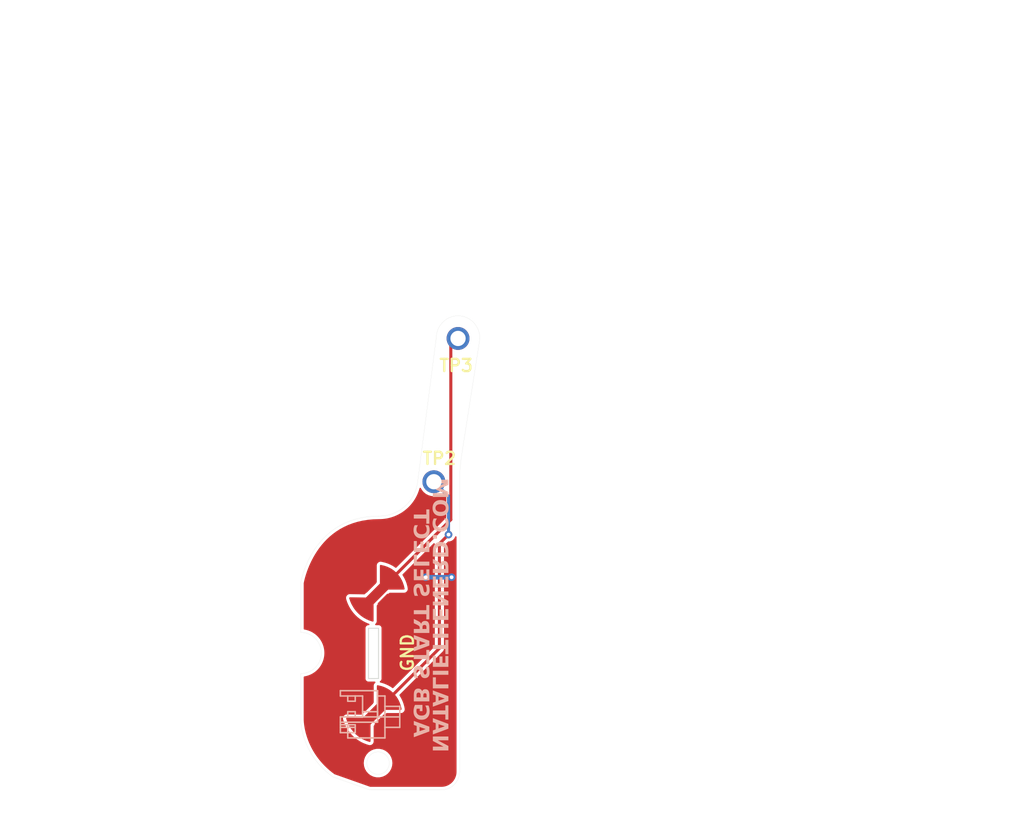
<source format=kicad_pcb>
(kicad_pcb (version 20240108) (generator "pcbnew") (generator_version "8.0")
  (layers (0 "F.Cu" signal) (31 "B.Cu" signal) (34 "B.Paste" user) (35 "F.Paste" user) (36 "B.SilkS" user "B.Silkscreen") (37 "F.SilkS" user "F.Silkscreen") (38 "B.Mask" user) (39 "F.Mask" user) (44 "Edge.Cuts" user))
  (net 0 "")
  (net 1 "GND")
  (net 2 "Net-(SW5-Pad1)")
  (net 3 "Net-(SW6-Pad1)")
  (footprint "AGB:AGB ST SL" (layer "F.Cu") (at 109.7 101.9)
    (property "Reference" "SW5" (hide yes))
    (property "Value" "START" (hide yes))
    (pad "1" smd custom (at 0.837994 3.43007) (size 0.5 0.5) (layers "F.Cu" "F.Paste" "F.Mask") (net 2 "Net-(SW5-Pad1)") (options (clearance outline) (anchor circle)) (primitives (gr_poly (pts (xy -0.25 -0.125) (xy -0.240485 -0.172835) (xy -0.213388 -0.213388) (xy -0.172835 -0.240485) (xy -0.125 -0.25) (xy 0.125 -0.25) (xy 0.172835 -0.240485) (xy 0.213388 -0.213388) (xy 0.240485 -0.172835) (xy 0.25 -0.125) (xy 0.25 0.125) (xy 0.240485 0.172835) (xy 0.213388 0.213388) (xy 0.172835 0.240485) (xy 0.125 0.25) (xy -0.125 0.25) (xy -0.172835 0.240485) (xy -0.213388 0.213388) (xy -0.240485 0.172835) (xy -0.25 0.125)) (width 0) (fill yes)) (gr_poly (pts (xy -0.594748 -0.99159) (xy -0.594748 0.205354) (xy -1.542066 1.152672) (xy -2.610721 1.135609) (xy -2.498311 1.450528) (xy -2.311832 1.771687) (xy -2.021752 2.144646) (xy -1.617713 2.450266) (xy -1.109168 2.637162) (xy -1.109168 1.519845) (xy -0.120773 0.531449) (xy 0.928292 0.531449) (xy 0.894581 0.36273) (xy 0.801341 0.051931) (xy 0.661482 -0.175989) (xy 0.433562 -0.471248) (xy -0.001557 -0.797588) (xy -0.431496 -0.952988)) (width 0.01) (fill yes)) (gr_curve (pts (xy -2.610721 1.135609) (xy -2.610721 1.135609) (xy -2.357934 2.288316) (xy -1.109168 2.637162)) (width 0.1)) (gr_line (start -1.109168 2.637162) (end -1.109168 1.519845) (width 0.1)) (gr_line (start -1.109168 1.519845) (end -0.120773 0.531449) (width 0.1)) (gr_line (start -0.120773 0.531449) (end 0.928292 0.531449) (width 0.1)) (gr_curve (pts (xy 0.928292 0.531449) (xy 0.928292 0.531449) (xy 0.784203 -0.742595) (xy -0.594748 -0.99159)) (width 0.1)) (gr_line (start -0.594748 -0.99159) (end -0.594748 0.205354) (width 0.1)) (gr_line (start -0.594748 0.205354) (end -1.542066 1.152672) (width 0.1)) (gr_line (start -1.542066 1.152672) (end -2.610721 1.135609) (width 0.1))))
    (pad "2" smd custom (at -1 3.5 180) (size 0.5 0.5) (layers "F.Cu" "F.Paste" "F.Mask") (net 1 "GND") (options (clearance outline) (anchor circle)) (primitives (gr_poly (pts (xy -0.25 -0.125) (xy -0.240485 -0.172835) (xy -0.213388 -0.213388) (xy -0.172835 -0.240485) (xy -0.125 -0.25) (xy 0.125 -0.25) (xy 0.172835 -0.240485) (xy 0.213388 -0.213388) (xy 0.240485 -0.172835) (xy 0.25 -0.125) (xy 0.25 0.125) (xy 0.240485 0.172835) (xy 0.213388 0.213388) (xy 0.172835 0.240485) (xy 0.125 0.25) (xy -0.125 0.25) (xy -0.172835 0.240485) (xy -0.213388 0.213388) (xy -0.240485 0.172835) (xy -0.25 0.125)) (width 0) (fill yes)) (gr_poly (pts (xy -0.30553 -0.665621) (xy -0.902106 -0.069044) (xy -0.902106 1.067232) (xy -0.550717 0.981615) (xy -0.205384 0.850389) (xy 0.167575 0.619016) (xy 0.474921 0.277137) (xy 0.623414 0.035404) (xy 0.733921 -0.303022) (xy 0.766286 -0.665621)) (width 0.01) (fill yes)) (gr_line (start 0.766286 -0.665621) (end -0.30553 -0.665621) (width 0.1)) (gr_line (start -0.30553 -0.665621) (end -0.902106 -0.069044) (width 0.1)) (gr_line (start -0.902106 -0.069044) (end -0.902106 1.067232) (width 0.1)) (gr_curve (pts (xy -0.902106 1.067232) (xy -0.902106 1.067232) (xy 0.766286 0.861211) (xy 0.766286 -0.665621)) (width 0.1))))
    (pad "2" smd custom (at 1 5) (size 0.5 0.5) (layers "F.Cu" "F.Paste" "F.Mask") (net 1 "GND") (options (clearance outline) (anchor circle)) (primitives (gr_poly (pts (xy -0.25 -0.125) (xy -0.240485 -0.172835) (xy -0.213388 -0.213388) (xy -0.172835 -0.240485) (xy -0.125 -0.25) (xy 0.125 -0.25) (xy 0.172835 -0.240485) (xy 0.213388 -0.213388) (xy 0.240485 -0.172835) (xy 0.25 -0.125) (xy 0.25 0.125) (xy 0.240485 0.172835) (xy 0.213388 0.213388) (xy 0.172835 0.240485) (xy 0.125 0.25) (xy -0.125 0.25) (xy -0.172835 0.240485) (xy -0.213388 0.213388) (xy -0.240485 0.172835) (xy -0.25 0.125)) (width 0) (fill yes)) (gr_poly (pts (xy -0.30553 -0.665621) (xy -0.902106 -0.069044) (xy -0.902106 1.067232) (xy -0.550717 0.981615) (xy -0.205384 0.850389) (xy 0.167575 0.619016) (xy 0.474921 0.277137) (xy 0.623414 0.035404) (xy 0.733921 -0.303022) (xy 0.766286 -0.665621)) (width 0.01) (fill yes)) (gr_line (start 0.766286 -0.665621) (end -0.30553 -0.665621) (width 0.1)) (gr_line (start -0.30553 -0.665621) (end -0.902106 -0.069044) (width 0.1)) (gr_line (start -0.902106 -0.069044) (end -0.902106 1.067232) (width 0.1)) (gr_curve (pts (xy -0.902106 1.067232) (xy -0.902106 1.067232) (xy 0.766286 0.861211) (xy 0.766286 -0.665621)) (width 0.1))))
  )
  (footprint "customsym:TESTPAD" (layer "F.Cu") (at 113.487022 96.078377)
    (property "Reference" "TP2" (at 0.312978 1.221623 0) (layer "F.SilkS") (effects (font (size 0.8 0.8))))
    (property "Value" "TestPoint" (hide yes))
    (pad "1" thru_hole circle (at -0.05 2.75) (size 1.5 1.5) (drill 1) (layers "*.Cu" "*.Mask") (net 3 "Net-(SW6-Pad1)"))
  )
  (footprint "AGB:AGB ST SL" (layer "F.Cu") (at 109.5 109.8)
    (property "Reference" "SW6" (hide yes))
    (property "Value" "SELECT" (hide yes))
    (pad "1" smd custom (at 0.837994 3.43007) (size 0.5 0.5) (layers "F.Cu" "F.Paste" "F.Mask") (net 3 "Net-(SW6-Pad1)") (options (clearance outline) (anchor circle)) (primitives (gr_poly (pts (xy -0.25 -0.125) (xy -0.240485 -0.172835) (xy -0.213388 -0.213388) (xy -0.172835 -0.240485) (xy -0.125 -0.25) (xy 0.125 -0.25) (xy 0.172835 -0.240485) (xy 0.213388 -0.213388) (xy 0.240485 -0.172835) (xy 0.25 -0.125) (xy 0.25 0.125) (xy 0.240485 0.172835) (xy 0.213388 0.213388) (xy 0.172835 0.240485) (xy 0.125 0.25) (xy -0.125 0.25) (xy -0.172835 0.240485) (xy -0.213388 0.213388) (xy -0.240485 0.172835) (xy -0.25 0.125)) (width 0) (fill yes)) (gr_poly (pts (xy -0.594748 -0.99159) (xy -0.594748 0.205354) (xy -1.542066 1.152672) (xy -2.610721 1.135609) (xy -2.498311 1.450528) (xy -2.311832 1.771687) (xy -2.021752 2.144646) (xy -1.617713 2.450266) (xy -1.109168 2.637162) (xy -1.109168 1.519845) (xy -0.120773 0.531449) (xy 0.928292 0.531449) (xy 0.894581 0.36273) (xy 0.801341 0.051931) (xy 0.661482 -0.175989) (xy 0.433562 -0.471248) (xy -0.001557 -0.797588) (xy -0.431496 -0.952988)) (width 0.01) (fill yes)) (gr_curve (pts (xy -2.610721 1.135609) (xy -2.610721 1.135609) (xy -2.357934 2.288316) (xy -1.109168 2.637162)) (width 0.1)) (gr_line (start -1.109168 2.637162) (end -1.109168 1.519845) (width 0.1)) (gr_line (start -1.109168 1.519845) (end -0.120773 0.531449) (width 0.1)) (gr_line (start -0.120773 0.531449) (end 0.928292 0.531449) (width 0.1)) (gr_curve (pts (xy 0.928292 0.531449) (xy 0.928292 0.531449) (xy 0.784203 -0.742595) (xy -0.594748 -0.99159)) (width 0.1)) (gr_line (start -0.594748 -0.99159) (end -0.594748 0.205354) (width 0.1)) (gr_line (start -0.594748 0.205354) (end -1.542066 1.152672) (width 0.1)) (gr_line (start -1.542066 1.152672) (end -2.610721 1.135609) (width 0.1))))
    (pad "2" smd custom (at -1 3.5 180) (size 0.5 0.5) (layers "F.Cu" "F.Paste" "F.Mask") (net 1 "GND") (options (clearance outline) (anchor circle)) (primitives (gr_poly (pts (xy -0.25 -0.125) (xy -0.240485 -0.172835) (xy -0.213388 -0.213388) (xy -0.172835 -0.240485) (xy -0.125 -0.25) (xy 0.125 -0.25) (xy 0.172835 -0.240485) (xy 0.213388 -0.213388) (xy 0.240485 -0.172835) (xy 0.25 -0.125) (xy 0.25 0.125) (xy 0.240485 0.172835) (xy 0.213388 0.213388) (xy 0.172835 0.240485) (xy 0.125 0.25) (xy -0.125 0.25) (xy -0.172835 0.240485) (xy -0.213388 0.213388) (xy -0.240485 0.172835) (xy -0.25 0.125)) (width 0) (fill yes)) (gr_poly (pts (xy -0.30553 -0.665621) (xy -0.902106 -0.069044) (xy -0.902106 1.067232) (xy -0.550717 0.981615) (xy -0.205384 0.850389) (xy 0.167575 0.619016) (xy 0.474921 0.277137) (xy 0.623414 0.035404) (xy 0.733921 -0.303022) (xy 0.766286 -0.665621)) (width 0.01) (fill yes)) (gr_line (start 0.766286 -0.665621) (end -0.30553 -0.665621) (width 0.1)) (gr_line (start -0.30553 -0.665621) (end -0.902106 -0.069044) (width 0.1)) (gr_line (start -0.902106 -0.069044) (end -0.902106 1.067232) (width 0.1)) (gr_curve (pts (xy -0.902106 1.067232) (xy -0.902106 1.067232) (xy 0.766286 0.861211) (xy 0.766286 -0.665621)) (width 0.1))))
    (pad "2" smd custom (at 1 5) (size 0.5 0.5) (layers "F.Cu" "F.Paste" "F.Mask") (net 1 "GND") (options (clearance outline) (anchor circle)) (primitives (gr_poly (pts (xy -0.25 -0.125) (xy -0.240485 -0.172835) (xy -0.213388 -0.213388) (xy -0.172835 -0.240485) (xy -0.125 -0.25) (xy 0.125 -0.25) (xy 0.172835 -0.240485) (xy 0.213388 -0.213388) (xy 0.240485 -0.172835) (xy 0.25 -0.125) (xy 0.25 0.125) (xy 0.240485 0.172835) (xy 0.213388 0.213388) (xy 0.172835 0.240485) (xy 0.125 0.25) (xy -0.125 0.25) (xy -0.172835 0.240485) (xy -0.213388 0.213388) (xy -0.240485 0.172835) (xy -0.25 0.125)) (width 0) (fill yes)) (gr_poly (pts (xy -0.30553 -0.665621) (xy -0.902106 -0.069044) (xy -0.902106 1.067232) (xy -0.550717 0.981615) (xy -0.205384 0.850389) (xy 0.167575 0.619016) (xy 0.474921 0.277137) (xy 0.623414 0.035404) (xy 0.733921 -0.303022) (xy 0.766286 -0.665621)) (width 0.01) (fill yes)) (gr_line (start 0.766286 -0.665621) (end -0.30553 -0.665621) (width 0.1)) (gr_line (start -0.30553 -0.665621) (end -0.902106 -0.069044) (width 0.1)) (gr_line (start -0.902106 -0.069044) (end -0.902106 1.067232) (width 0.1)) (gr_curve (pts (xy -0.902106 1.067232) (xy -0.902106 1.067232) (xy 0.766286 0.861211) (xy 0.766286 -0.665621)) (width 0.1))))
  )
  (footprint "TestPoint:TestPoint_Pad_2.0x2.0mm" (layer "F.Cu") (at 110.125 110.15 90)
    (property "Reference" "GND" (at 0.1 1.575 -90) (layer "F.SilkS") (effects (font (size 0.8 0.8))))
    (property "Value" "TestPoint" (hide yes))
    (pad "1" smd rect (at 0 0.475 90) (size 2 1.05) (layers "F.Cu" "F.Mask") (net 1 "GND"))
  )
  (footprint "customsym:TESTPAD" (layer "F.Cu") (at 115.074522 86.672187)
    (property "Reference" "TP3" (at -0.174522 4.527813 0) (layer "F.SilkS") (effects (font (size 0.8 0.8))))
    (property "Value" "TestPoint" (hide yes))
    (pad "1" thru_hole circle (at -0.05 2.75) (size 1.5 1.5) (drill 1) (layers "*.Cu" "*.Mask") (net 2 "Net-(SW5-Pad1)"))
  )
  (footprint "customsym:lilhead_silk" (layer "B.Cu") (at 113.503813 114.251252 90)
    (property "Reference" "REF**" (hide yes))
    (property "Value" "lilhead_silk" (hide yes))
    (fp_line (start 1.702504 -6.206033) (end 1.702504 -3.763929) (stroke (width 0.103187)) (layer "B.SilkS"))
    (fp_line (start 1.355106 -6.206033) (end 1.702504 -6.206033) (stroke (width 0.103187)) (layer "B.SilkS"))
    (fp_line (start -0.020728 -6.206033) (end -0.020728 -4.74765) (stroke (width 0.103187)) (layer "B.SilkS"))
    (fp_line (start -0.368125 -6.206033) (end -0.368125 -3.763929) (stroke (width 0.103187)) (layer "B.SilkS"))
    (fp_line (start -0.536665 -6.206033) (end -0.536665 -5.229191) (stroke (width 0.103187)) (layer "B.SilkS"))
    (fp_line (start -1.052602 -6.206033) (end -0.020728 -6.206033) (stroke (width 0.103187)) (layer "B.SilkS"))
    (fp_line (start 1.011148 -5.721052) (end 1.355106 -5.721052) (stroke (width 0.103187)) (layer "B.SilkS"))
    (fp_line (start 0.323231 -5.721052) (end -0.020728 -5.721052) (stroke (width 0.103187)) (layer "B.SilkS"))
    (fp_line (start -0.536665 -5.721052) (end -0.705204 -5.721052) (stroke (width 0.103187)) (layer "B.SilkS"))
    (fp_line (start -0.705204 -5.721052) (end -0.705204 -6.206033) (stroke (width 0.103187)) (layer "B.SilkS"))
    (fp_line (start -0.705204 -5.721052) (end -0.705204 -5.229191) (stroke (width 0.103187)) (layer "B.SilkS"))
    (fp_line (start -1.052602 -5.721052) (end -1.052602 -6.206033) (stroke (width 0.103187)) (layer "B.SilkS"))
    (fp_line (start -1.052602 -5.721052) (end -0.705204 -5.721052) (stroke (width 0.103187)) (layer "B.SilkS"))
    (fp_line (start -1.4 -5.721052) (end -1.052602 -5.721052) (stroke (width 0.103187)) (layer "B.SilkS"))
    (fp_line (start 1.355106 -5.229191) (end 1.011148 -5.229191) (stroke (width 0.103187)) (layer "B.SilkS"))
    (fp_line (start 1.011148 -5.229191) (end 1.011148 -5.721052) (stroke (width 0.103187)) (layer "B.SilkS"))
    (fp_line (start 0.323231 -5.229191) (end 0.323231 -5.721052) (stroke (width 0.103187)) (layer "B.SilkS"))
    (fp_line (start -0.020728 -5.229191) (end 0.323231 -5.229191) (stroke (width 0.103187)) (layer "B.SilkS"))
    (fp_line (start -0.536665 -5.229191) (end -1.052602 -5.229191) (stroke (width 0.103187)) (layer "B.SilkS"))
    (fp_line (start -1.052602 -5.229191) (end -1.052602 -5.721052) (stroke (width 0.103187)) (layer "B.SilkS"))
    (fp_line (start 1.355106 -4.74765) (end 1.355106 -6.206033) (stroke (width 0.103187)) (layer "B.SilkS"))
    (fp_line (start 0.323231 -4.74765) (end 0.323231 -3.763929) (stroke (width 0.103187)) (layer "B.SilkS"))
    (fp_line (start -0.020728 -4.74765) (end 1.355106 -4.74765) (stroke (width 0.103187)) (layer "B.SilkS"))
    (fp_line (start 1.702504 -3.763929) (end 1.355106 -3.763929) (stroke (width 0.103187)) (layer "B.SilkS"))
    (fp_line (start 1.355106 -3.763929) (end 1.355106 -3.278948) (stroke (width 0.103187)) (layer "B.SilkS"))
    (fp_line (start 0.323231 -3.763929) (end -0.020728 -3.763929) (stroke (width 0.103187)) (layer "B.SilkS"))
    (fp_line (start 0.010229 -3.763929) (end 1.355106 -3.763929) (stroke (width 0.103187)) (layer "B.SilkS"))
    (fp_line (start -0.020728 -3.763929) (end -0.020728 -4.74765) (stroke (width 0.103187)) (layer "B.SilkS"))
    (fp_line (start -0.020728 -3.763929) (end -0.020728 -3.75705) (stroke (width 0.103187)) (layer "B.SilkS"))
    (fp_line (start -0.368125 -3.763929) (end -0.020728 -3.763929) (stroke (width 0.103187)) (layer "B.SilkS"))
    (fp_line (start -0.020728 -3.75705) (end -0.020728 -2.305546) (stroke (width 0.103187)) (layer "B.SilkS"))
    (fp_line (start 1.355106 -3.278948) (end 0.670629 -3.278948) (stroke (width 0.103187)) (layer "B.SilkS"))
    (fp_line (start 0.670629 -3.278948) (end 0.670629 -2.305546) (stroke (width 0.103187)) (layer "B.SilkS"))
    (fp_line (start -0.705204 -3.278948) (end -1.4 -3.278948) (stroke (width 0.103187)) (layer "B.SilkS"))
    (fp_line (start -0.708644 -3.278948) (end 0.677508 -3.278948) (stroke (width 0.103187)) (layer "B.SilkS"))
    (fp_line (start -1.4 -3.278948) (end -1.4 -5.721052) (stroke (width 0.103187)) (layer "B.SilkS"))
    (fp_line (start 0.670629 -2.305546) (end -0.705204 -2.305546) (stroke (width 0.103187)) (layer "B.SilkS"))
    (fp_line (start -0.705204 -2.305546) (end -0.705204 -3.278948) (stroke (width 0.103187)) (layer "B.SilkS"))
  )
  (gr_curve (pts (xy 113.932484 119.062261) (xy 114.591444 119.062261) (xy 115.125637 118.528068) (xy 115.125637 117.869108)) (stroke (width 0.01)) (layer "Edge.Cuts"))
  (gr_line (start 104.690553 111.428105) (end 104.690605 114.43121) (stroke (width 0.01)) (layer "Edge.Cuts"))
  (gr_line (start 109.15 111.75) (end 109.8 111.75) (stroke (width 0.05)) (layer "Edge.Cuts"))
  (gr_line (start 109.15 108.45) (end 109.15 111.75) (stroke (width 0.05)) (layer "Edge.Cuts"))
  (gr_curve (pts (xy 115.024522 87.932431) (xy 114.231536 87.932431) (xy 113.588694 88.599417) (xy 113.588694 89.422187)) (stroke (width 0.01)) (layer "Edge.Cuts"))
  (gr_curve (pts (xy 106.045489 110.073169) (xy 106.045489 110.821479) (xy 105.438863 111.428105) (xy 104.690553 111.428105)) (stroke (width 0.01)) (layer "Edge.Cuts"))
  (gr_curve (pts (xy 104.690605 114.43121) (xy 104.690605 114.43121) (xy 104.650159 116.655732) (xy 106.814013 118.212898)) (stroke (width 0.01)) (layer "Edge.Cuts"))
  (gr_line (start 115.125637 117.869108) (end 115.125637 98.804593) (stroke (width 0.01)) (layer "Edge.Cuts"))
  (gr_line (start 115.257864 97.104737) (end 116.46035 89.422187) (stroke (width 0.01)) (layer "Edge.Cuts"))
  (gr_line (start 113.588694 89.422187) (end 112.3684 98.867863) (stroke (width 0.01)) (layer "Edge.Cuts"))
  (gr_line (start 104.690605 105.472452) (end 104.690553 108.718232) (stroke (width 0.01)) (layer "Edge.Cuts"))
  (gr_curve (pts (xy 109.847455 101.084076) (xy 105.398408 101.084076) (xy 104.690605 105.472452) (xy 104.690605 105.472452)) (stroke (width 0.01)) (layer "Edge.Cuts"))
  (gr_circle (center 109.773302 117.302866) (end 110.508068 117.302866) (stroke (width 0.01)) (fill none) (layer "Edge.Cuts"))
  (gr_line (start 109.8 108.45) (end 109.15 108.45) (stroke (width 0.05)) (layer "Edge.Cuts"))
  (gr_curve (pts (xy 112.3684 98.867863) (xy 112.204662 100.135275) (xy 111.125399 101.084076) (xy 109.847455 101.084076)) (stroke (width 0.01)) (layer "Edge.Cuts"))
  (gr_line (start 109.220541 119.062261) (end 113.932484 119.062261) (stroke (width 0.01)) (layer "Edge.Cuts"))
  (gr_line (start 109.8 111.75) (end 109.8 108.45) (stroke (width 0.05)) (layer "Edge.Cuts"))
  (gr_line (start 106.814013 118.212898) (end 109.220541 119.062261) (stroke (width 0.01)) (layer "Edge.Cuts"))
  (gr_curve (pts (xy 104.690553 108.718232) (xy 105.438863 108.718232) (xy 106.045489 109.324858) (xy 106.045489 110.073169)) (stroke (width 0.01)) (layer "Edge.Cuts"))
  (gr_curve (pts (xy 116.46035 89.422187) (xy 116.46035 88.599417) (xy 115.817508 87.932431) (xy 115.024522 87.932431)) (stroke (width 0.01)) (layer "Edge.Cuts"))
  (gr_curve (pts (xy 115.125637 98.804593) (xy 115.125637 98.235406) (xy 115.169846 97.667078) (xy 115.257864 97.104737)) (stroke (width 0.01)) (layer "Edge.Cuts"))
  (gr_text "AGB START SELECT" (at 111.950334 115.610836 -90) (layer "B.SilkS") (effects (font (size 1 1) (thickness 0.25) (bold yes)) (justify left bottom mirror)))
  (gr_text "NATALIETHENERD.COM" (at 113.2 116.6 -90) (layer "B.SilkS") (effects (font (size 1 1) (thickness 0.25) (bold yes)) (justify left bottom mirror)))
  (via (at 112.9 105.1) (size 0.5) (drill 0.25) (layers "F.Cu" "B.Cu") (net 1))
  (via (at 114.6 105.1) (size 0.5) (drill 0.25) (layers "F.Cu" "B.Cu") (net 1))
  (segment (start 114.6 105.1) (end 112.9 105.1) (width 0.3) (layer "B.Cu") (net 1))
  (segment (start 114.55 101.318064) (end 114.55 89.896709) (width 0.2) (layer "F.Cu") (net 2))
  (segment (start 114.55 89.896709) (end 115.024522 89.422187) (width 0.2) (layer "F.Cu") (net 2))
  (segment (start 110.537994 105.33007) (end 114.55 101.318064) (width 0.2) (layer "F.Cu") (net 2))
  (segment (start 113.8 102.9) (end 114.4 102.3) (width 0.2) (layer "F.Cu") (net 3))
  (segment (start 113.8 109.768064) (end 113.8 102.9) (width 0.2) (layer "F.Cu") (net 3))
  (segment (start 110.337994 113.23007) (end 113.8 109.768064) (width 0.2) (layer "F.Cu") (net 3))
  (via (at 114.4 102.3) (size 0.5) (drill 0.25) (layers "F.Cu" "B.Cu") (net 3))
  (segment (start 114.4 99.791355) (end 113.437022 98.828377) (width 0.2) (layer "B.Cu") (net 3))
  (segment (start 114.4 102.3) (end 114.4 99.791355) (width 0.2) (layer "B.Cu") (net 3))
  (zone (net 1) (net_name "GND") (layer "F.Cu") (priority 1) (connect_pads yes (clearance 0.1)) (min_thickness 0.1) (fill yes (thermal_gap 0.5) (thermal_bridge_width 0.5))
    (polygon (pts (xy 84.95 73.05) (xy 84.95 120.85) (xy 145.05 120.85) (xy 152.2 113.7) (xy 152.2 81.15) (xy 138.25 67.2) (xy 90.8 67.2)))
  )
)
</source>
